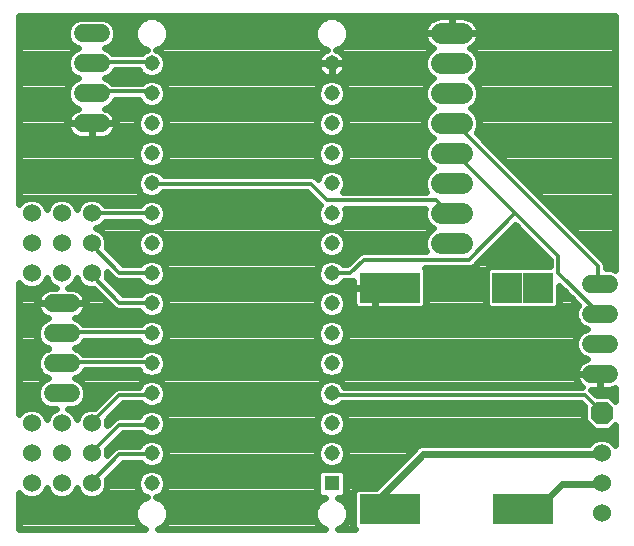
<source format=gbl>
G75*
%MOIN*%
%OFA0B0*%
%FSLAX25Y25*%
%IPPOS*%
%LPD*%
%AMOC8*
5,1,8,0,0,1.08239X$1,22.5*
%
%ADD10OC8,0.07600*%
%ADD11R,0.05150X0.05150*%
%ADD12C,0.05150*%
%ADD13C,0.06000*%
%ADD14C,0.06000*%
%ADD15R,0.10000X0.10000*%
%ADD16C,0.07000*%
%ADD17C,0.01200*%
%ADD18C,0.02400*%
%ADD19C,0.02200*%
D10*
X0202200Y0045700D03*
D11*
X0112200Y0022200D03*
D12*
X0112200Y0032200D03*
X0112200Y0042200D03*
X0112200Y0052200D03*
X0112200Y0062200D03*
X0112200Y0072200D03*
X0112200Y0082200D03*
X0112200Y0092200D03*
X0112200Y0102200D03*
X0112200Y0112200D03*
X0112200Y0122200D03*
X0112200Y0132200D03*
X0112200Y0142200D03*
X0112200Y0152200D03*
X0112200Y0162200D03*
X0052200Y0162200D03*
X0052200Y0152200D03*
X0052200Y0142200D03*
X0052200Y0132200D03*
X0052200Y0122200D03*
X0052200Y0112200D03*
X0052200Y0102200D03*
X0052200Y0092200D03*
X0052200Y0082200D03*
X0052200Y0072200D03*
X0052200Y0062200D03*
X0052200Y0052200D03*
X0052200Y0042200D03*
X0052200Y0032200D03*
X0052200Y0022200D03*
D13*
X0032200Y0022200D03*
X0032200Y0032200D03*
X0032200Y0042200D03*
X0022200Y0042200D03*
X0022200Y0032200D03*
X0022200Y0022200D03*
X0012200Y0022200D03*
X0012200Y0032200D03*
X0012200Y0042200D03*
X0012200Y0092200D03*
X0012200Y0102200D03*
X0012200Y0112200D03*
X0022200Y0112200D03*
X0022200Y0102200D03*
X0022200Y0092200D03*
X0032200Y0092200D03*
X0032200Y0102200D03*
X0032200Y0112200D03*
X0202200Y0032200D03*
X0202200Y0022200D03*
X0202200Y0012200D03*
D14*
X0204700Y0058700D02*
X0198700Y0058700D01*
X0198700Y0068700D02*
X0204700Y0068700D01*
X0204700Y0078700D02*
X0198700Y0078700D01*
X0198700Y0088700D02*
X0204700Y0088700D01*
X0035200Y0142200D02*
X0029200Y0142200D01*
X0029200Y0152200D02*
X0035200Y0152200D01*
X0035200Y0162200D02*
X0029200Y0162200D01*
X0029200Y0172200D02*
X0035200Y0172200D01*
X0025200Y0082200D02*
X0019200Y0082200D01*
X0019200Y0072200D02*
X0025200Y0072200D01*
X0025200Y0062200D02*
X0019200Y0062200D01*
X0019200Y0052200D02*
X0025200Y0052200D01*
D15*
X0126609Y0087476D03*
X0136609Y0087476D03*
X0170822Y0087476D03*
X0180861Y0087476D03*
X0180861Y0013539D03*
X0170984Y0013539D03*
X0136609Y0013539D03*
X0126609Y0013539D03*
D16*
X0148700Y0102200D02*
X0155700Y0102200D01*
X0155700Y0112200D02*
X0148700Y0112200D01*
X0148700Y0122200D02*
X0155700Y0122200D01*
X0155700Y0132200D02*
X0148700Y0132200D01*
X0148700Y0142200D02*
X0155700Y0142200D01*
X0155700Y0152200D02*
X0148700Y0152200D01*
X0148700Y0162200D02*
X0155700Y0162200D01*
X0155700Y0172200D02*
X0148700Y0172200D01*
D17*
X0152600Y0143000D02*
X0152200Y0142200D01*
X0152600Y0143000D02*
X0201000Y0094600D01*
X0201000Y0089100D01*
X0201700Y0088700D01*
X0201000Y0079200D02*
X0201700Y0078700D01*
X0201000Y0079200D02*
X0187800Y0092400D01*
X0187800Y0097900D01*
X0173500Y0112200D01*
X0158100Y0096800D01*
X0122900Y0096800D01*
X0118500Y0092400D01*
X0113000Y0092400D01*
X0112200Y0092200D01*
X0110800Y0116600D02*
X0147100Y0116600D01*
X0151500Y0112200D01*
X0152200Y0112200D01*
X0152600Y0133100D02*
X0173500Y0112200D01*
X0152200Y0132200D02*
X0152600Y0133100D01*
X0110800Y0116600D02*
X0105300Y0122100D01*
X0052500Y0122100D01*
X0052200Y0122200D01*
X0052200Y0112200D02*
X0032200Y0112200D01*
X0032200Y0102200D02*
X0032700Y0101200D01*
X0041500Y0092400D01*
X0051400Y0092400D01*
X0052200Y0092200D01*
X0051400Y0082500D02*
X0041500Y0082500D01*
X0032700Y0091300D01*
X0032200Y0092200D01*
X0051400Y0082500D02*
X0052200Y0082200D01*
X0051400Y0072600D02*
X0052200Y0072200D01*
X0051400Y0072600D02*
X0022800Y0072600D01*
X0022200Y0072200D01*
X0022800Y0062700D02*
X0022200Y0062200D01*
X0022800Y0062700D02*
X0051400Y0062700D01*
X0052200Y0062200D01*
X0052200Y0052200D02*
X0051400Y0051700D01*
X0041500Y0051700D01*
X0032700Y0042900D01*
X0032200Y0042200D01*
X0032700Y0033000D02*
X0041500Y0041800D01*
X0051400Y0041800D01*
X0052200Y0042200D01*
X0052200Y0032200D02*
X0051400Y0031900D01*
X0041500Y0031900D01*
X0032700Y0023100D01*
X0032200Y0022200D01*
X0032200Y0032200D02*
X0032700Y0033000D01*
X0112200Y0052200D02*
X0113000Y0051700D01*
X0196600Y0051700D01*
X0202100Y0046200D01*
X0202200Y0045700D01*
X0202200Y0032200D02*
X0202100Y0031900D01*
X0202200Y0022200D02*
X0202100Y0022000D01*
X0181200Y0014300D02*
X0180861Y0013539D01*
X0052200Y0152200D02*
X0051400Y0152900D01*
X0032700Y0152900D01*
X0032200Y0152200D01*
X0032200Y0162200D02*
X0032700Y0162800D01*
X0051400Y0162800D01*
X0052200Y0162200D01*
D18*
X0007900Y0019146D02*
X0007900Y0006900D01*
X0050101Y0006900D01*
X0048971Y0007368D01*
X0047368Y0008971D01*
X0046500Y0011066D01*
X0046500Y0013334D01*
X0047368Y0015429D01*
X0048971Y0017032D01*
X0050585Y0017701D01*
X0049495Y0018152D01*
X0048152Y0019495D01*
X0047425Y0021250D01*
X0047425Y0023150D01*
X0048152Y0024905D01*
X0049495Y0026248D01*
X0051250Y0026975D01*
X0053150Y0026975D01*
X0054905Y0026248D01*
X0056248Y0024905D01*
X0056975Y0023150D01*
X0056975Y0021250D01*
X0056248Y0019495D01*
X0054905Y0018152D01*
X0053815Y0017701D01*
X0055429Y0017032D01*
X0057032Y0015429D01*
X0057900Y0013334D01*
X0057900Y0011066D01*
X0057032Y0008971D01*
X0055429Y0007368D01*
X0054299Y0006900D01*
X0110101Y0006900D01*
X0108971Y0007368D01*
X0107368Y0008971D01*
X0106500Y0011066D01*
X0106500Y0013334D01*
X0107368Y0015429D01*
X0108971Y0017032D01*
X0109920Y0017425D01*
X0108714Y0017425D01*
X0107425Y0018714D01*
X0107425Y0025686D01*
X0108714Y0026975D01*
X0115686Y0026975D01*
X0116975Y0025686D01*
X0116975Y0018714D01*
X0115686Y0017425D01*
X0114480Y0017425D01*
X0115429Y0017032D01*
X0117032Y0015429D01*
X0117900Y0013334D01*
X0117900Y0011066D01*
X0117032Y0008971D01*
X0115429Y0007368D01*
X0114299Y0006900D01*
X0120137Y0006900D01*
X0119409Y0007627D01*
X0119409Y0019450D01*
X0120698Y0020739D01*
X0126872Y0020739D01*
X0140831Y0034698D01*
X0142044Y0035200D01*
X0197846Y0035200D01*
X0199254Y0036608D01*
X0201166Y0037400D01*
X0203234Y0037400D01*
X0205146Y0036608D01*
X0206608Y0035146D01*
X0206701Y0034922D01*
X0206701Y0041716D01*
X0204685Y0039700D01*
X0199715Y0039700D01*
X0196200Y0043215D01*
X0196200Y0048140D01*
X0195440Y0048900D01*
X0115653Y0048900D01*
X0114905Y0048152D01*
X0113150Y0047425D01*
X0111250Y0047425D01*
X0109495Y0048152D01*
X0108152Y0049495D01*
X0107425Y0051250D01*
X0107425Y0053150D01*
X0108152Y0054905D01*
X0109495Y0056248D01*
X0111250Y0056975D01*
X0113150Y0056975D01*
X0114905Y0056248D01*
X0116248Y0054905D01*
X0116416Y0054500D01*
X0195634Y0054500D01*
X0195312Y0054734D01*
X0194734Y0055312D01*
X0194253Y0055975D01*
X0193881Y0056704D01*
X0193628Y0057482D01*
X0193500Y0058291D01*
X0193500Y0058700D01*
X0201700Y0058700D01*
X0201700Y0053500D01*
X0205109Y0053500D01*
X0205918Y0053628D01*
X0206696Y0053881D01*
X0206701Y0053883D01*
X0206701Y0049684D01*
X0204685Y0051700D01*
X0200560Y0051700D01*
X0198760Y0053500D01*
X0201700Y0053500D01*
X0201700Y0058700D01*
X0201700Y0058700D01*
X0201700Y0058700D01*
X0193500Y0058700D01*
X0193500Y0059109D01*
X0193628Y0059918D01*
X0193881Y0060696D01*
X0194253Y0061425D01*
X0194734Y0062088D01*
X0195312Y0062666D01*
X0195975Y0063147D01*
X0196704Y0063519D01*
X0197217Y0063686D01*
X0195754Y0064292D01*
X0194292Y0065754D01*
X0193500Y0067666D01*
X0193500Y0069734D01*
X0194292Y0071646D01*
X0195754Y0073108D01*
X0197183Y0073700D01*
X0195754Y0074292D01*
X0194292Y0075754D01*
X0193500Y0077666D01*
X0193500Y0079734D01*
X0194292Y0081646D01*
X0194443Y0081797D01*
X0188061Y0088179D01*
X0188061Y0081564D01*
X0186773Y0080276D01*
X0164911Y0080276D01*
X0163622Y0081564D01*
X0163622Y0093387D01*
X0164911Y0094676D01*
X0185000Y0094676D01*
X0185000Y0096740D01*
X0173500Y0108240D01*
X0159686Y0094426D01*
X0158657Y0094000D01*
X0143196Y0094000D01*
X0143809Y0093387D01*
X0143809Y0081564D01*
X0142521Y0080276D01*
X0126609Y0080276D01*
X0126609Y0087475D01*
X0126609Y0087475D01*
X0126609Y0087476D02*
X0119409Y0087476D01*
X0126609Y0087476D01*
X0126609Y0087476D01*
X0126609Y0087475D02*
X0126609Y0080276D01*
X0121320Y0080276D01*
X0120760Y0080426D01*
X0120259Y0080715D01*
X0119849Y0081125D01*
X0119559Y0081626D01*
X0119409Y0082186D01*
X0119409Y0087476D01*
X0119409Y0089746D01*
X0119057Y0089600D01*
X0116291Y0089600D01*
X0116248Y0089495D01*
X0114905Y0088152D01*
X0113150Y0087425D01*
X0111250Y0087425D01*
X0109495Y0088152D01*
X0108152Y0089495D01*
X0107425Y0091250D01*
X0107425Y0093150D01*
X0108152Y0094905D01*
X0109495Y0096248D01*
X0111250Y0096975D01*
X0113150Y0096975D01*
X0114905Y0096248D01*
X0115953Y0095200D01*
X0117340Y0095200D01*
X0120526Y0098386D01*
X0121314Y0099174D01*
X0122343Y0099600D01*
X0143607Y0099600D01*
X0143000Y0101066D01*
X0143000Y0103334D01*
X0143868Y0105429D01*
X0145471Y0107032D01*
X0145876Y0107200D01*
X0145471Y0107368D01*
X0143868Y0108971D01*
X0143000Y0111066D01*
X0143000Y0113334D01*
X0143193Y0113800D01*
X0116705Y0113800D01*
X0116975Y0113150D01*
X0116975Y0111250D01*
X0116248Y0109495D01*
X0114905Y0108152D01*
X0113150Y0107425D01*
X0111250Y0107425D01*
X0109495Y0108152D01*
X0108152Y0109495D01*
X0107425Y0111250D01*
X0107425Y0113150D01*
X0108152Y0114905D01*
X0108344Y0115096D01*
X0104140Y0119300D01*
X0056053Y0119300D01*
X0054905Y0118152D01*
X0053150Y0117425D01*
X0051250Y0117425D01*
X0049495Y0118152D01*
X0048152Y0119495D01*
X0047425Y0121250D01*
X0047425Y0123150D01*
X0048152Y0124905D01*
X0049495Y0126248D01*
X0051250Y0126975D01*
X0053150Y0126975D01*
X0054905Y0126248D01*
X0056248Y0124905D01*
X0056250Y0124900D01*
X0105857Y0124900D01*
X0106886Y0124474D01*
X0107655Y0123705D01*
X0108152Y0124905D01*
X0109495Y0126248D01*
X0111250Y0126975D01*
X0113150Y0126975D01*
X0114905Y0126248D01*
X0116248Y0124905D01*
X0116975Y0123150D01*
X0116975Y0121250D01*
X0116248Y0119495D01*
X0116153Y0119400D01*
X0143690Y0119400D01*
X0143000Y0121066D01*
X0143000Y0123334D01*
X0143868Y0125429D01*
X0145471Y0127032D01*
X0145876Y0127200D01*
X0145471Y0127368D01*
X0143868Y0128971D01*
X0143000Y0131066D01*
X0143000Y0133334D01*
X0143868Y0135429D01*
X0145471Y0137032D01*
X0145876Y0137200D01*
X0145471Y0137368D01*
X0143868Y0138971D01*
X0143000Y0141066D01*
X0143000Y0143334D01*
X0143868Y0145429D01*
X0145471Y0147032D01*
X0145876Y0147200D01*
X0145471Y0147368D01*
X0143868Y0148971D01*
X0143000Y0151066D01*
X0143000Y0153334D01*
X0143868Y0155429D01*
X0145471Y0157032D01*
X0145876Y0157200D01*
X0145471Y0157368D01*
X0143868Y0158971D01*
X0143000Y0161066D01*
X0143000Y0163334D01*
X0143868Y0165429D01*
X0145471Y0167032D01*
X0145921Y0167219D01*
X0145713Y0167325D01*
X0144987Y0167852D01*
X0144352Y0168487D01*
X0143825Y0169213D01*
X0143418Y0170012D01*
X0143140Y0170865D01*
X0143000Y0171751D01*
X0143000Y0172200D01*
X0152200Y0172200D01*
X0152200Y0172200D01*
X0152200Y0177900D01*
X0156149Y0177900D01*
X0157035Y0177760D01*
X0157888Y0177482D01*
X0158687Y0177075D01*
X0159413Y0176548D01*
X0160048Y0175913D01*
X0160575Y0175187D01*
X0160982Y0174388D01*
X0161260Y0173535D01*
X0161400Y0172649D01*
X0161400Y0172200D01*
X0152200Y0172200D01*
X0152200Y0172200D01*
X0152200Y0172200D01*
X0152200Y0177900D01*
X0148251Y0177900D01*
X0147365Y0177760D01*
X0146512Y0177482D01*
X0145713Y0177075D01*
X0144987Y0176548D01*
X0144352Y0175913D01*
X0143825Y0175187D01*
X0143418Y0174388D01*
X0143140Y0173535D01*
X0143000Y0172649D01*
X0143000Y0172200D01*
X0152200Y0172200D01*
X0161400Y0172200D01*
X0161400Y0171751D01*
X0161260Y0170865D01*
X0160982Y0170012D01*
X0160575Y0169213D01*
X0160048Y0168487D01*
X0159413Y0167852D01*
X0158687Y0167325D01*
X0158479Y0167219D01*
X0158929Y0167032D01*
X0160532Y0165429D01*
X0161400Y0163334D01*
X0161400Y0161066D01*
X0160532Y0158971D01*
X0158929Y0157368D01*
X0158524Y0157200D01*
X0158929Y0157032D01*
X0160532Y0155429D01*
X0161400Y0153334D01*
X0161400Y0151066D01*
X0160532Y0148971D01*
X0158929Y0147368D01*
X0158524Y0147200D01*
X0158929Y0147032D01*
X0160532Y0145429D01*
X0161400Y0143334D01*
X0161400Y0141066D01*
X0160549Y0139011D01*
X0203374Y0096186D01*
X0203800Y0095157D01*
X0203800Y0093900D01*
X0205734Y0093900D01*
X0206701Y0093500D01*
X0206701Y0177961D01*
X0007900Y0177961D01*
X0007900Y0115254D01*
X0009254Y0116608D01*
X0011166Y0117400D01*
X0013234Y0117400D01*
X0015146Y0116608D01*
X0016608Y0115146D01*
X0017200Y0113717D01*
X0017792Y0115146D01*
X0019254Y0116608D01*
X0021166Y0117400D01*
X0023234Y0117400D01*
X0025146Y0116608D01*
X0026608Y0115146D01*
X0027200Y0113717D01*
X0027792Y0115146D01*
X0029254Y0116608D01*
X0031166Y0117400D01*
X0033234Y0117400D01*
X0035146Y0116608D01*
X0036608Y0115146D01*
X0036669Y0115000D01*
X0048247Y0115000D01*
X0049495Y0116248D01*
X0051250Y0116975D01*
X0053150Y0116975D01*
X0054905Y0116248D01*
X0056248Y0114905D01*
X0056975Y0113150D01*
X0056975Y0111250D01*
X0056248Y0109495D01*
X0054905Y0108152D01*
X0053150Y0107425D01*
X0051250Y0107425D01*
X0049495Y0108152D01*
X0048247Y0109400D01*
X0036669Y0109400D01*
X0036608Y0109254D01*
X0035146Y0107792D01*
X0033717Y0107200D01*
X0035146Y0106608D01*
X0036608Y0105146D01*
X0037400Y0103234D01*
X0037400Y0101166D01*
X0037193Y0100667D01*
X0042660Y0095200D01*
X0048447Y0095200D01*
X0049495Y0096248D01*
X0051250Y0096975D01*
X0053150Y0096975D01*
X0054905Y0096248D01*
X0056248Y0094905D01*
X0056975Y0093150D01*
X0056975Y0091250D01*
X0056248Y0089495D01*
X0054905Y0088152D01*
X0053150Y0087425D01*
X0051250Y0087425D01*
X0049495Y0088152D01*
X0048152Y0089495D01*
X0048109Y0089600D01*
X0040943Y0089600D01*
X0039914Y0090026D01*
X0037400Y0092540D01*
X0037400Y0091166D01*
X0037223Y0090737D01*
X0042660Y0085300D01*
X0048547Y0085300D01*
X0049495Y0086248D01*
X0051250Y0086975D01*
X0053150Y0086975D01*
X0054905Y0086248D01*
X0056248Y0084905D01*
X0056975Y0083150D01*
X0056975Y0081250D01*
X0056248Y0079495D01*
X0054905Y0078152D01*
X0053150Y0077425D01*
X0051250Y0077425D01*
X0049495Y0078152D01*
X0048152Y0079495D01*
X0048067Y0079700D01*
X0040943Y0079700D01*
X0039914Y0080126D01*
X0033040Y0087000D01*
X0031166Y0087000D01*
X0029254Y0087792D01*
X0027792Y0089254D01*
X0027200Y0090683D01*
X0026608Y0089254D01*
X0025146Y0087792D01*
X0024200Y0087400D01*
X0025609Y0087400D01*
X0026418Y0087272D01*
X0027196Y0087019D01*
X0027925Y0086647D01*
X0028588Y0086166D01*
X0029166Y0085588D01*
X0029647Y0084925D01*
X0030019Y0084196D01*
X0030272Y0083418D01*
X0030400Y0082609D01*
X0030400Y0082200D01*
X0022200Y0082200D01*
X0022200Y0082200D01*
X0022200Y0082200D01*
X0014000Y0082200D01*
X0014000Y0082609D01*
X0014128Y0083418D01*
X0014381Y0084196D01*
X0014753Y0084925D01*
X0015234Y0085588D01*
X0015812Y0086166D01*
X0016475Y0086647D01*
X0017204Y0087019D01*
X0017982Y0087272D01*
X0018791Y0087400D01*
X0020200Y0087400D01*
X0019254Y0087792D01*
X0017792Y0089254D01*
X0017200Y0090683D01*
X0016608Y0089254D01*
X0015146Y0087792D01*
X0013234Y0087000D01*
X0011166Y0087000D01*
X0009254Y0087792D01*
X0007900Y0089146D01*
X0007900Y0045254D01*
X0009254Y0046608D01*
X0011166Y0047400D01*
X0013234Y0047400D01*
X0015146Y0046608D01*
X0016608Y0045146D01*
X0017200Y0043717D01*
X0017792Y0045146D01*
X0019254Y0046608D01*
X0020200Y0047000D01*
X0018166Y0047000D01*
X0016254Y0047792D01*
X0014792Y0049254D01*
X0014000Y0051166D01*
X0014000Y0053234D01*
X0014792Y0055146D01*
X0016254Y0056608D01*
X0017683Y0057200D01*
X0016254Y0057792D01*
X0014792Y0059254D01*
X0014000Y0061166D01*
X0014000Y0063234D01*
X0014792Y0065146D01*
X0016254Y0066608D01*
X0017683Y0067200D01*
X0016254Y0067792D01*
X0014792Y0069254D01*
X0014000Y0071166D01*
X0014000Y0073234D01*
X0014792Y0075146D01*
X0016254Y0076608D01*
X0017717Y0077214D01*
X0017204Y0077381D01*
X0016475Y0077753D01*
X0015812Y0078234D01*
X0015234Y0078812D01*
X0014753Y0079475D01*
X0014381Y0080204D01*
X0014128Y0080982D01*
X0014000Y0081791D01*
X0014000Y0082200D01*
X0022200Y0082200D01*
X0030400Y0082200D01*
X0030400Y0081791D01*
X0030272Y0080982D01*
X0030019Y0080204D01*
X0029647Y0079475D01*
X0029166Y0078812D01*
X0028588Y0078234D01*
X0027925Y0077753D01*
X0027196Y0077381D01*
X0026683Y0077214D01*
X0028146Y0076608D01*
X0029354Y0075400D01*
X0048647Y0075400D01*
X0049495Y0076248D01*
X0051250Y0076975D01*
X0053150Y0076975D01*
X0054905Y0076248D01*
X0056248Y0074905D01*
X0056975Y0073150D01*
X0056975Y0071250D01*
X0056248Y0069495D01*
X0054905Y0068152D01*
X0053150Y0067425D01*
X0051250Y0067425D01*
X0049495Y0068152D01*
X0048152Y0069495D01*
X0048026Y0069800D01*
X0029834Y0069800D01*
X0029608Y0069254D01*
X0028146Y0067792D01*
X0026717Y0067200D01*
X0028146Y0066608D01*
X0029254Y0065500D01*
X0048747Y0065500D01*
X0049495Y0066248D01*
X0051250Y0066975D01*
X0053150Y0066975D01*
X0054905Y0066248D01*
X0056248Y0064905D01*
X0056975Y0063150D01*
X0056975Y0061250D01*
X0056248Y0059495D01*
X0054905Y0058152D01*
X0053150Y0057425D01*
X0051250Y0057425D01*
X0049495Y0058152D01*
X0048152Y0059495D01*
X0047984Y0059900D01*
X0029876Y0059900D01*
X0029608Y0059254D01*
X0028146Y0057792D01*
X0026717Y0057200D01*
X0028146Y0056608D01*
X0029608Y0055146D01*
X0030400Y0053234D01*
X0030400Y0051166D01*
X0029608Y0049254D01*
X0028146Y0047792D01*
X0026234Y0047000D01*
X0024200Y0047000D01*
X0025146Y0046608D01*
X0026608Y0045146D01*
X0027200Y0043717D01*
X0027792Y0045146D01*
X0029254Y0046608D01*
X0031166Y0047400D01*
X0033234Y0047400D01*
X0033238Y0047398D01*
X0039914Y0054074D01*
X0040943Y0054500D01*
X0047984Y0054500D01*
X0048152Y0054905D01*
X0049495Y0056248D01*
X0051250Y0056975D01*
X0053150Y0056975D01*
X0054905Y0056248D01*
X0056248Y0054905D01*
X0056975Y0053150D01*
X0056975Y0051250D01*
X0056248Y0049495D01*
X0054905Y0048152D01*
X0053150Y0047425D01*
X0051250Y0047425D01*
X0049495Y0048152D01*
X0048747Y0048900D01*
X0042660Y0048900D01*
X0037281Y0043521D01*
X0037400Y0043234D01*
X0037400Y0041660D01*
X0039914Y0044174D01*
X0040943Y0044600D01*
X0048026Y0044600D01*
X0048152Y0044905D01*
X0049495Y0046248D01*
X0051250Y0046975D01*
X0053150Y0046975D01*
X0054905Y0046248D01*
X0056248Y0044905D01*
X0056975Y0043150D01*
X0056975Y0041250D01*
X0056248Y0039495D01*
X0054905Y0038152D01*
X0053150Y0037425D01*
X0051250Y0037425D01*
X0049495Y0038152D01*
X0048647Y0039000D01*
X0042660Y0039000D01*
X0037252Y0033592D01*
X0037400Y0033234D01*
X0037400Y0031760D01*
X0039914Y0034274D01*
X0040943Y0034700D01*
X0048067Y0034700D01*
X0048152Y0034905D01*
X0049495Y0036248D01*
X0051250Y0036975D01*
X0053150Y0036975D01*
X0054905Y0036248D01*
X0056248Y0034905D01*
X0056975Y0033150D01*
X0056975Y0031250D01*
X0056248Y0029495D01*
X0054905Y0028152D01*
X0053150Y0027425D01*
X0051250Y0027425D01*
X0049495Y0028152D01*
X0048547Y0029100D01*
X0042660Y0029100D01*
X0037223Y0023663D01*
X0037400Y0023234D01*
X0037400Y0021166D01*
X0036608Y0019254D01*
X0035146Y0017792D01*
X0033234Y0017000D01*
X0031166Y0017000D01*
X0029254Y0017792D01*
X0027792Y0019254D01*
X0027200Y0020683D01*
X0026608Y0019254D01*
X0025146Y0017792D01*
X0023234Y0017000D01*
X0021166Y0017000D01*
X0019254Y0017792D01*
X0017792Y0019254D01*
X0017200Y0020683D01*
X0016608Y0019254D01*
X0015146Y0017792D01*
X0013234Y0017000D01*
X0011166Y0017000D01*
X0009254Y0017792D01*
X0007900Y0019146D01*
X0007900Y0016757D02*
X0048696Y0016757D01*
X0048492Y0019155D02*
X0036509Y0019155D01*
X0037400Y0021554D02*
X0047425Y0021554D01*
X0047758Y0023952D02*
X0037512Y0023952D01*
X0039911Y0026351D02*
X0049744Y0026351D01*
X0048898Y0028749D02*
X0042309Y0028749D01*
X0039187Y0033546D02*
X0037271Y0033546D01*
X0039605Y0035945D02*
X0049192Y0035945D01*
X0049304Y0038343D02*
X0042003Y0038343D01*
X0038881Y0043140D02*
X0037400Y0043140D01*
X0039299Y0045539D02*
X0048786Y0045539D01*
X0050013Y0047937D02*
X0041697Y0047937D01*
X0038575Y0052734D02*
X0030400Y0052734D01*
X0030056Y0050336D02*
X0036176Y0050336D01*
X0033778Y0047937D02*
X0028291Y0047937D01*
X0028185Y0045539D02*
X0026215Y0045539D01*
X0018185Y0045539D02*
X0016215Y0045539D01*
X0016109Y0047937D02*
X0007900Y0047937D01*
X0007900Y0045539D02*
X0008185Y0045539D01*
X0007900Y0050336D02*
X0014344Y0050336D01*
X0014000Y0052734D02*
X0007900Y0052734D01*
X0007900Y0055133D02*
X0014786Y0055133D01*
X0016882Y0057532D02*
X0007900Y0057532D01*
X0007900Y0059930D02*
X0014512Y0059930D01*
X0014000Y0062329D02*
X0007900Y0062329D01*
X0007900Y0064727D02*
X0014618Y0064727D01*
X0017503Y0067126D02*
X0007900Y0067126D01*
X0007900Y0069524D02*
X0014680Y0069524D01*
X0014000Y0071923D02*
X0007900Y0071923D01*
X0007900Y0074321D02*
X0014450Y0074321D01*
X0016523Y0076720D02*
X0007900Y0076720D01*
X0007900Y0079118D02*
X0015012Y0079118D01*
X0014043Y0081517D02*
X0007900Y0081517D01*
X0007900Y0083915D02*
X0014290Y0083915D01*
X0016015Y0086314D02*
X0007900Y0086314D01*
X0007900Y0088712D02*
X0008334Y0088712D01*
X0016066Y0088712D02*
X0018334Y0088712D01*
X0026066Y0088712D02*
X0028334Y0088712D01*
X0028385Y0086314D02*
X0033727Y0086314D01*
X0036125Y0083915D02*
X0030110Y0083915D01*
X0030357Y0081517D02*
X0038524Y0081517D01*
X0041646Y0086314D02*
X0049654Y0086314D01*
X0048935Y0088712D02*
X0039248Y0088712D01*
X0038830Y0091111D02*
X0037377Y0091111D01*
X0041952Y0095908D02*
X0049155Y0095908D01*
X0049495Y0098152D02*
X0048152Y0099495D01*
X0047425Y0101250D01*
X0047425Y0103150D01*
X0048152Y0104905D01*
X0049495Y0106248D01*
X0051250Y0106975D01*
X0053150Y0106975D01*
X0054905Y0106248D01*
X0056248Y0104905D01*
X0056975Y0103150D01*
X0056975Y0101250D01*
X0056248Y0099495D01*
X0054905Y0098152D01*
X0053150Y0097425D01*
X0051250Y0097425D01*
X0049495Y0098152D01*
X0049341Y0098306D02*
X0039554Y0098306D01*
X0037209Y0100705D02*
X0047651Y0100705D01*
X0047425Y0103103D02*
X0037400Y0103103D01*
X0036252Y0105502D02*
X0048749Y0105502D01*
X0050103Y0107900D02*
X0035254Y0107900D01*
X0036629Y0115096D02*
X0048343Y0115096D01*
X0051083Y0117494D02*
X0007900Y0117494D01*
X0007900Y0119893D02*
X0047987Y0119893D01*
X0047425Y0122291D02*
X0007900Y0122291D01*
X0007900Y0124690D02*
X0048063Y0124690D01*
X0049495Y0128152D02*
X0051250Y0127425D01*
X0053150Y0127425D01*
X0054905Y0128152D01*
X0056248Y0129495D01*
X0056975Y0131250D01*
X0056975Y0133150D01*
X0056248Y0134905D01*
X0054905Y0136248D01*
X0053150Y0136975D01*
X0051250Y0136975D01*
X0049495Y0136248D01*
X0048152Y0134905D01*
X0047425Y0133150D01*
X0047425Y0131250D01*
X0048152Y0129495D01*
X0049495Y0128152D01*
X0048161Y0129487D02*
X0007900Y0129487D01*
X0007900Y0131885D02*
X0047425Y0131885D01*
X0047895Y0134284D02*
X0007900Y0134284D01*
X0007900Y0136682D02*
X0050544Y0136682D01*
X0051250Y0137425D02*
X0053150Y0137425D01*
X0054905Y0138152D01*
X0056248Y0139495D01*
X0056975Y0141250D01*
X0056975Y0143150D01*
X0056248Y0144905D01*
X0054905Y0146248D01*
X0053150Y0146975D01*
X0051250Y0146975D01*
X0049495Y0146248D01*
X0048152Y0144905D01*
X0047425Y0143150D01*
X0047425Y0141250D01*
X0048152Y0139495D01*
X0049495Y0138152D01*
X0051250Y0137425D01*
X0048566Y0139081D02*
X0039361Y0139081D01*
X0039166Y0138812D02*
X0039647Y0139475D01*
X0040019Y0140204D01*
X0040272Y0140982D01*
X0040400Y0141791D01*
X0040400Y0142200D01*
X0040400Y0142609D01*
X0040272Y0143418D01*
X0040019Y0144196D01*
X0039647Y0144925D01*
X0039166Y0145588D01*
X0038588Y0146166D01*
X0037925Y0146647D01*
X0037196Y0147019D01*
X0036683Y0147186D01*
X0038146Y0147792D01*
X0039608Y0149254D01*
X0039959Y0150100D01*
X0047902Y0150100D01*
X0048152Y0149495D01*
X0049495Y0148152D01*
X0051250Y0147425D01*
X0053150Y0147425D01*
X0054905Y0148152D01*
X0056248Y0149495D01*
X0056975Y0151250D01*
X0056975Y0153150D01*
X0056248Y0154905D01*
X0054905Y0156248D01*
X0053150Y0156975D01*
X0051250Y0156975D01*
X0049495Y0156248D01*
X0048947Y0155700D01*
X0039054Y0155700D01*
X0038146Y0156608D01*
X0036717Y0157200D01*
X0038146Y0157792D01*
X0039608Y0159254D01*
X0039917Y0160000D01*
X0047943Y0160000D01*
X0048152Y0159495D01*
X0049495Y0158152D01*
X0051250Y0157425D01*
X0053150Y0157425D01*
X0054905Y0158152D01*
X0056248Y0159495D01*
X0056975Y0161250D01*
X0056975Y0163150D01*
X0056248Y0164905D01*
X0054905Y0166248D01*
X0053815Y0166699D01*
X0055429Y0167368D01*
X0057032Y0168971D01*
X0057900Y0171066D01*
X0057900Y0173334D01*
X0057032Y0175429D01*
X0055429Y0177032D01*
X0053334Y0177900D01*
X0051066Y0177900D01*
X0048971Y0177032D01*
X0047368Y0175429D01*
X0046500Y0173334D01*
X0046500Y0171066D01*
X0047368Y0168971D01*
X0048971Y0167368D01*
X0050585Y0166699D01*
X0049495Y0166248D01*
X0048847Y0165600D01*
X0039154Y0165600D01*
X0038146Y0166608D01*
X0036717Y0167200D01*
X0038146Y0167792D01*
X0039608Y0169254D01*
X0040400Y0171166D01*
X0040400Y0173234D01*
X0039608Y0175146D01*
X0038146Y0176608D01*
X0036234Y0177400D01*
X0028166Y0177400D01*
X0026254Y0176608D01*
X0024792Y0175146D01*
X0024000Y0173234D01*
X0024000Y0171166D01*
X0024792Y0169254D01*
X0026254Y0167792D01*
X0027683Y0167200D01*
X0026254Y0166608D01*
X0024792Y0165146D01*
X0024000Y0163234D01*
X0024000Y0161166D01*
X0024792Y0159254D01*
X0026254Y0157792D01*
X0027683Y0157200D01*
X0026254Y0156608D01*
X0024792Y0155146D01*
X0024000Y0153234D01*
X0024000Y0151166D01*
X0024792Y0149254D01*
X0026254Y0147792D01*
X0027717Y0147186D01*
X0027204Y0147019D01*
X0026475Y0146647D01*
X0025812Y0146166D01*
X0025234Y0145588D01*
X0024753Y0144925D01*
X0024381Y0144196D01*
X0024128Y0143418D01*
X0024000Y0142609D01*
X0024000Y0142200D01*
X0032200Y0142200D01*
X0040400Y0142200D01*
X0032200Y0142200D01*
X0032200Y0142200D01*
X0032200Y0137000D01*
X0035609Y0137000D01*
X0036418Y0137128D01*
X0037196Y0137381D01*
X0037925Y0137753D01*
X0038588Y0138234D01*
X0039166Y0138812D01*
X0040351Y0141479D02*
X0047425Y0141479D01*
X0047727Y0143878D02*
X0040122Y0143878D01*
X0038436Y0146276D02*
X0049564Y0146276D01*
X0048972Y0148675D02*
X0039029Y0148675D01*
X0032200Y0142200D02*
X0032200Y0142200D01*
X0032200Y0142200D01*
X0032200Y0137000D01*
X0028791Y0137000D01*
X0027982Y0137128D01*
X0027204Y0137381D01*
X0026475Y0137753D01*
X0025812Y0138234D01*
X0025234Y0138812D01*
X0024753Y0139475D01*
X0024381Y0140204D01*
X0024128Y0140982D01*
X0024000Y0141791D01*
X0024000Y0142200D01*
X0032200Y0142200D01*
X0032200Y0141479D02*
X0032200Y0141479D01*
X0032200Y0139081D02*
X0032200Y0139081D01*
X0025039Y0139081D02*
X0007900Y0139081D01*
X0007900Y0141479D02*
X0024049Y0141479D01*
X0024278Y0143878D02*
X0007900Y0143878D01*
X0007900Y0146276D02*
X0025964Y0146276D01*
X0025371Y0148675D02*
X0007900Y0148675D01*
X0007900Y0151073D02*
X0024038Y0151073D01*
X0024098Y0153472D02*
X0007900Y0153472D01*
X0007900Y0155870D02*
X0025517Y0155870D01*
X0025777Y0158269D02*
X0007900Y0158269D01*
X0007900Y0160668D02*
X0024206Y0160668D01*
X0024000Y0163066D02*
X0007900Y0163066D01*
X0007900Y0165465D02*
X0025111Y0165465D01*
X0026183Y0167863D02*
X0007900Y0167863D01*
X0007900Y0170262D02*
X0024374Y0170262D01*
X0024000Y0172660D02*
X0007900Y0172660D01*
X0007900Y0175059D02*
X0024756Y0175059D01*
X0038217Y0167863D02*
X0048476Y0167863D01*
X0046833Y0170262D02*
X0040025Y0170262D01*
X0040400Y0172660D02*
X0046500Y0172660D01*
X0047214Y0175059D02*
X0039644Y0175059D01*
X0049997Y0177457D02*
X0007900Y0177457D01*
X0038623Y0158269D02*
X0049378Y0158269D01*
X0049118Y0155870D02*
X0038883Y0155870D01*
X0055022Y0158269D02*
X0109487Y0158269D01*
X0109697Y0158116D02*
X0110367Y0157775D01*
X0111082Y0157543D01*
X0111824Y0157425D01*
X0112200Y0157425D01*
X0112576Y0157425D01*
X0113318Y0157543D01*
X0114033Y0157775D01*
X0114703Y0158116D01*
X0115311Y0158558D01*
X0115842Y0159089D01*
X0116284Y0159697D01*
X0116625Y0160367D01*
X0116857Y0161082D01*
X0116975Y0161824D01*
X0116975Y0162200D01*
X0116975Y0162576D01*
X0116857Y0163318D01*
X0116625Y0164033D01*
X0116284Y0164703D01*
X0115842Y0165311D01*
X0115311Y0165842D01*
X0114703Y0166284D01*
X0114033Y0166625D01*
X0113810Y0166697D01*
X0115429Y0167368D01*
X0117032Y0168971D01*
X0117900Y0171066D01*
X0117900Y0173334D01*
X0117032Y0175429D01*
X0115429Y0177032D01*
X0113334Y0177900D01*
X0111066Y0177900D01*
X0108971Y0177032D01*
X0107368Y0175429D01*
X0106500Y0173334D01*
X0106500Y0171066D01*
X0107368Y0168971D01*
X0108971Y0167368D01*
X0110590Y0166697D01*
X0110367Y0166625D01*
X0109697Y0166284D01*
X0109089Y0165842D01*
X0108558Y0165311D01*
X0108116Y0164703D01*
X0107775Y0164033D01*
X0107543Y0163318D01*
X0107425Y0162576D01*
X0107425Y0162200D01*
X0112200Y0162200D01*
X0116975Y0162200D01*
X0112200Y0162200D01*
X0112200Y0162200D01*
X0112200Y0162200D01*
X0112200Y0157425D01*
X0112200Y0162200D01*
X0112200Y0162200D01*
X0107425Y0162200D01*
X0107425Y0161824D01*
X0107543Y0161082D01*
X0107775Y0160367D01*
X0108116Y0159697D01*
X0108558Y0159089D01*
X0109089Y0158558D01*
X0109697Y0158116D01*
X0109495Y0156248D02*
X0111250Y0156975D01*
X0113150Y0156975D01*
X0114905Y0156248D01*
X0116248Y0154905D01*
X0116975Y0153150D01*
X0116975Y0151250D01*
X0116248Y0149495D01*
X0114905Y0148152D01*
X0113150Y0147425D01*
X0111250Y0147425D01*
X0109495Y0148152D01*
X0108152Y0149495D01*
X0107425Y0151250D01*
X0107425Y0153150D01*
X0108152Y0154905D01*
X0109495Y0156248D01*
X0109118Y0155870D02*
X0055282Y0155870D01*
X0056841Y0153472D02*
X0107559Y0153472D01*
X0107498Y0151073D02*
X0056902Y0151073D01*
X0055428Y0148675D02*
X0108972Y0148675D01*
X0109564Y0146276D02*
X0054836Y0146276D01*
X0056673Y0143878D02*
X0107727Y0143878D01*
X0107425Y0143150D02*
X0108152Y0144905D01*
X0109495Y0146248D01*
X0111250Y0146975D01*
X0113150Y0146975D01*
X0114905Y0146248D01*
X0116248Y0144905D01*
X0116975Y0143150D01*
X0116975Y0141250D01*
X0116248Y0139495D01*
X0114905Y0138152D01*
X0113150Y0137425D01*
X0111250Y0137425D01*
X0109495Y0138152D01*
X0108152Y0139495D01*
X0107425Y0141250D01*
X0107425Y0143150D01*
X0107425Y0141479D02*
X0056975Y0141479D01*
X0055833Y0139081D02*
X0108566Y0139081D01*
X0109495Y0136248D02*
X0111250Y0136975D01*
X0113150Y0136975D01*
X0114905Y0136248D01*
X0116248Y0134905D01*
X0116975Y0133150D01*
X0116975Y0131250D01*
X0116248Y0129495D01*
X0114905Y0128152D01*
X0113150Y0127425D01*
X0111250Y0127425D01*
X0109495Y0128152D01*
X0108152Y0129495D01*
X0107425Y0131250D01*
X0107425Y0133150D01*
X0108152Y0134905D01*
X0109495Y0136248D01*
X0110544Y0136682D02*
X0053856Y0136682D01*
X0056505Y0134284D02*
X0107895Y0134284D01*
X0107425Y0131885D02*
X0056975Y0131885D01*
X0056239Y0129487D02*
X0108161Y0129487D01*
X0108063Y0124690D02*
X0106364Y0124690D01*
X0105946Y0117494D02*
X0053317Y0117494D01*
X0056057Y0115096D02*
X0108343Y0115096D01*
X0107425Y0112697D02*
X0056975Y0112697D01*
X0056581Y0110299D02*
X0107819Y0110299D01*
X0110103Y0107900D02*
X0054297Y0107900D01*
X0055651Y0105502D02*
X0108749Y0105502D01*
X0108152Y0104905D02*
X0107425Y0103150D01*
X0107425Y0101250D01*
X0108152Y0099495D01*
X0109495Y0098152D01*
X0111250Y0097425D01*
X0113150Y0097425D01*
X0114905Y0098152D01*
X0116248Y0099495D01*
X0116975Y0101250D01*
X0116975Y0103150D01*
X0116248Y0104905D01*
X0114905Y0106248D01*
X0113150Y0106975D01*
X0111250Y0106975D01*
X0109495Y0106248D01*
X0108152Y0104905D01*
X0107425Y0103103D02*
X0056975Y0103103D01*
X0056749Y0100705D02*
X0107651Y0100705D01*
X0109341Y0098306D02*
X0055059Y0098306D01*
X0055245Y0095908D02*
X0109155Y0095908D01*
X0107574Y0093509D02*
X0056826Y0093509D01*
X0056917Y0091111D02*
X0107483Y0091111D01*
X0108935Y0088712D02*
X0055465Y0088712D01*
X0054746Y0086314D02*
X0109654Y0086314D01*
X0109495Y0086248D02*
X0108152Y0084905D01*
X0107425Y0083150D01*
X0107425Y0081250D01*
X0108152Y0079495D01*
X0109495Y0078152D01*
X0111250Y0077425D01*
X0113150Y0077425D01*
X0114905Y0078152D01*
X0116248Y0079495D01*
X0116975Y0081250D01*
X0116975Y0083150D01*
X0116248Y0084905D01*
X0114905Y0086248D01*
X0113150Y0086975D01*
X0111250Y0086975D01*
X0109495Y0086248D01*
X0107742Y0083915D02*
X0056658Y0083915D01*
X0056975Y0081517D02*
X0107425Y0081517D01*
X0108529Y0079118D02*
X0055871Y0079118D01*
X0053766Y0076720D02*
X0110634Y0076720D01*
X0111250Y0076975D02*
X0109495Y0076248D01*
X0108152Y0074905D01*
X0107425Y0073150D01*
X0107425Y0071250D01*
X0108152Y0069495D01*
X0109495Y0068152D01*
X0111250Y0067425D01*
X0113150Y0067425D01*
X0114905Y0068152D01*
X0116248Y0069495D01*
X0116975Y0071250D01*
X0116975Y0073150D01*
X0116248Y0074905D01*
X0114905Y0076248D01*
X0113150Y0076975D01*
X0111250Y0076975D01*
X0107910Y0074321D02*
X0056490Y0074321D01*
X0056975Y0071923D02*
X0107425Y0071923D01*
X0108140Y0069524D02*
X0056260Y0069524D01*
X0056321Y0064727D02*
X0108079Y0064727D01*
X0108152Y0064905D02*
X0107425Y0063150D01*
X0107425Y0061250D01*
X0108152Y0059495D01*
X0109495Y0058152D01*
X0111250Y0057425D01*
X0113150Y0057425D01*
X0114905Y0058152D01*
X0116248Y0059495D01*
X0116975Y0061250D01*
X0116975Y0063150D01*
X0116248Y0064905D01*
X0114905Y0066248D01*
X0113150Y0066975D01*
X0111250Y0066975D01*
X0109495Y0066248D01*
X0108152Y0064905D01*
X0107425Y0062329D02*
X0056975Y0062329D01*
X0056428Y0059930D02*
X0107972Y0059930D01*
X0110994Y0057532D02*
X0053406Y0057532D01*
X0050994Y0057532D02*
X0027518Y0057532D01*
X0029614Y0055133D02*
X0048380Y0055133D01*
X0056020Y0055133D02*
X0108380Y0055133D01*
X0107425Y0052734D02*
X0056975Y0052734D01*
X0056596Y0050336D02*
X0107804Y0050336D01*
X0110013Y0047937D02*
X0054387Y0047937D01*
X0055614Y0045539D02*
X0108786Y0045539D01*
X0108152Y0044905D02*
X0107425Y0043150D01*
X0107425Y0041250D01*
X0108152Y0039495D01*
X0109495Y0038152D01*
X0111250Y0037425D01*
X0113150Y0037425D01*
X0114905Y0038152D01*
X0116248Y0039495D01*
X0116975Y0041250D01*
X0116975Y0043150D01*
X0116248Y0044905D01*
X0114905Y0046248D01*
X0113150Y0046975D01*
X0111250Y0046975D01*
X0109495Y0046248D01*
X0108152Y0044905D01*
X0107425Y0043140D02*
X0056975Y0043140D01*
X0056764Y0040742D02*
X0107636Y0040742D01*
X0109304Y0038343D02*
X0055096Y0038343D01*
X0055208Y0035945D02*
X0109192Y0035945D01*
X0109495Y0036248D02*
X0108152Y0034905D01*
X0107425Y0033150D01*
X0107425Y0031250D01*
X0108152Y0029495D01*
X0109495Y0028152D01*
X0111250Y0027425D01*
X0113150Y0027425D01*
X0114905Y0028152D01*
X0116248Y0029495D01*
X0116975Y0031250D01*
X0116975Y0033150D01*
X0116248Y0034905D01*
X0114905Y0036248D01*
X0113150Y0036975D01*
X0111250Y0036975D01*
X0109495Y0036248D01*
X0107589Y0033546D02*
X0056811Y0033546D01*
X0056932Y0031148D02*
X0107468Y0031148D01*
X0108898Y0028749D02*
X0055502Y0028749D01*
X0054656Y0026351D02*
X0108090Y0026351D01*
X0107425Y0023952D02*
X0056642Y0023952D01*
X0056975Y0021554D02*
X0107425Y0021554D01*
X0107425Y0019155D02*
X0055908Y0019155D01*
X0055704Y0016757D02*
X0108696Y0016757D01*
X0106924Y0014358D02*
X0057476Y0014358D01*
X0057900Y0011960D02*
X0106500Y0011960D01*
X0107123Y0009561D02*
X0057277Y0009561D01*
X0054934Y0007163D02*
X0109466Y0007163D01*
X0114934Y0007163D02*
X0119874Y0007163D01*
X0119409Y0009561D02*
X0117277Y0009561D01*
X0117900Y0011960D02*
X0119409Y0011960D01*
X0119409Y0014358D02*
X0117476Y0014358D01*
X0115704Y0016757D02*
X0119409Y0016757D01*
X0119409Y0019155D02*
X0116975Y0019155D01*
X0116975Y0021554D02*
X0127687Y0021554D01*
X0130085Y0023952D02*
X0116975Y0023952D01*
X0116310Y0026351D02*
X0132484Y0026351D01*
X0134882Y0028749D02*
X0115502Y0028749D01*
X0116932Y0031148D02*
X0137281Y0031148D01*
X0139680Y0033546D02*
X0116811Y0033546D01*
X0115208Y0035945D02*
X0198591Y0035945D01*
X0198673Y0040742D02*
X0116764Y0040742D01*
X0116975Y0043140D02*
X0196274Y0043140D01*
X0196200Y0045539D02*
X0115614Y0045539D01*
X0114387Y0047937D02*
X0196200Y0047937D01*
X0199525Y0052734D02*
X0206701Y0052734D01*
X0206701Y0050336D02*
X0206049Y0050336D01*
X0201700Y0055133D02*
X0201700Y0055133D01*
X0201700Y0057532D02*
X0201700Y0057532D01*
X0194913Y0055133D02*
X0116020Y0055133D01*
X0113406Y0057532D02*
X0193620Y0057532D01*
X0193632Y0059930D02*
X0116428Y0059930D01*
X0116975Y0062329D02*
X0194975Y0062329D01*
X0195319Y0064727D02*
X0116321Y0064727D01*
X0116260Y0069524D02*
X0193500Y0069524D01*
X0193724Y0067126D02*
X0026897Y0067126D01*
X0029720Y0069524D02*
X0048140Y0069524D01*
X0050634Y0076720D02*
X0027877Y0076720D01*
X0029388Y0079118D02*
X0048529Y0079118D01*
X0027771Y0115096D02*
X0026629Y0115096D01*
X0017771Y0115096D02*
X0016629Y0115096D01*
X0007900Y0127088D02*
X0145607Y0127088D01*
X0143562Y0124690D02*
X0116337Y0124690D01*
X0116975Y0122291D02*
X0143000Y0122291D01*
X0143486Y0119893D02*
X0116413Y0119893D01*
X0116975Y0112697D02*
X0143000Y0112697D01*
X0143318Y0110299D02*
X0116581Y0110299D01*
X0114297Y0107900D02*
X0144939Y0107900D01*
X0143941Y0105502D02*
X0115651Y0105502D01*
X0116975Y0103103D02*
X0143000Y0103103D01*
X0143150Y0100705D02*
X0116749Y0100705D01*
X0115059Y0098306D02*
X0120446Y0098306D01*
X0118048Y0095908D02*
X0115245Y0095908D01*
X0115465Y0088712D02*
X0119409Y0088712D01*
X0119409Y0086314D02*
X0114746Y0086314D01*
X0116658Y0083915D02*
X0119409Y0083915D01*
X0119623Y0081517D02*
X0116975Y0081517D01*
X0115871Y0079118D02*
X0193500Y0079118D01*
X0193892Y0076720D02*
X0113766Y0076720D01*
X0116490Y0074321D02*
X0195725Y0074321D01*
X0194569Y0071923D02*
X0116975Y0071923D01*
X0126609Y0081517D02*
X0126609Y0081517D01*
X0126609Y0083915D02*
X0126609Y0083915D01*
X0126609Y0086314D02*
X0126609Y0086314D01*
X0143809Y0086314D02*
X0163622Y0086314D01*
X0163622Y0083915D02*
X0143809Y0083915D01*
X0143762Y0081517D02*
X0163670Y0081517D01*
X0163622Y0088712D02*
X0143809Y0088712D01*
X0143809Y0091111D02*
X0163622Y0091111D01*
X0163744Y0093509D02*
X0143687Y0093509D01*
X0161167Y0095908D02*
X0185000Y0095908D01*
X0183434Y0098306D02*
X0163566Y0098306D01*
X0165965Y0100705D02*
X0181035Y0100705D01*
X0178637Y0103103D02*
X0168363Y0103103D01*
X0170762Y0105502D02*
X0176238Y0105502D01*
X0173840Y0107900D02*
X0173160Y0107900D01*
X0182065Y0117494D02*
X0206701Y0117494D01*
X0206701Y0115096D02*
X0184464Y0115096D01*
X0186862Y0112697D02*
X0206701Y0112697D01*
X0206701Y0110299D02*
X0189261Y0110299D01*
X0191660Y0107900D02*
X0206701Y0107900D01*
X0206701Y0105502D02*
X0194058Y0105502D01*
X0196457Y0103103D02*
X0206701Y0103103D01*
X0206701Y0100705D02*
X0198855Y0100705D01*
X0201254Y0098306D02*
X0206701Y0098306D01*
X0206701Y0095908D02*
X0203489Y0095908D01*
X0206678Y0093509D02*
X0206701Y0093509D01*
X0194238Y0081517D02*
X0188014Y0081517D01*
X0188061Y0083915D02*
X0192325Y0083915D01*
X0189927Y0086314D02*
X0188061Y0086314D01*
X0179667Y0119893D02*
X0206701Y0119893D01*
X0206701Y0122291D02*
X0177268Y0122291D01*
X0174870Y0124690D02*
X0206701Y0124690D01*
X0206701Y0127088D02*
X0172471Y0127088D01*
X0170073Y0129487D02*
X0206701Y0129487D01*
X0206701Y0131885D02*
X0167674Y0131885D01*
X0165276Y0134284D02*
X0206701Y0134284D01*
X0206701Y0136682D02*
X0162877Y0136682D01*
X0160578Y0139081D02*
X0206701Y0139081D01*
X0206701Y0141479D02*
X0161400Y0141479D01*
X0161175Y0143878D02*
X0206701Y0143878D01*
X0206701Y0146276D02*
X0159685Y0146276D01*
X0160236Y0148675D02*
X0206701Y0148675D01*
X0206701Y0151073D02*
X0161400Y0151073D01*
X0161343Y0153472D02*
X0206701Y0153472D01*
X0206701Y0155870D02*
X0160091Y0155870D01*
X0159830Y0158269D02*
X0206701Y0158269D01*
X0206701Y0160668D02*
X0161235Y0160668D01*
X0161400Y0163066D02*
X0206701Y0163066D01*
X0206701Y0165465D02*
X0160496Y0165465D01*
X0159424Y0167863D02*
X0206701Y0167863D01*
X0206701Y0170262D02*
X0161063Y0170262D01*
X0161398Y0172660D02*
X0206701Y0172660D01*
X0206701Y0175059D02*
X0160641Y0175059D01*
X0157938Y0177457D02*
X0206701Y0177457D01*
X0152200Y0177457D02*
X0152200Y0177457D01*
X0152200Y0175059D02*
X0152200Y0175059D01*
X0152200Y0172660D02*
X0152200Y0172660D01*
X0146462Y0177457D02*
X0114403Y0177457D01*
X0117186Y0175059D02*
X0143759Y0175059D01*
X0143002Y0172660D02*
X0117900Y0172660D01*
X0117567Y0170262D02*
X0143336Y0170262D01*
X0144976Y0167863D02*
X0115924Y0167863D01*
X0115688Y0165465D02*
X0143904Y0165465D01*
X0143000Y0163066D02*
X0116897Y0163066D01*
X0116723Y0160668D02*
X0143165Y0160668D01*
X0144570Y0158269D02*
X0114913Y0158269D01*
X0115282Y0155870D02*
X0144309Y0155870D01*
X0143057Y0153472D02*
X0116841Y0153472D01*
X0116902Y0151073D02*
X0143000Y0151073D01*
X0144164Y0148675D02*
X0115428Y0148675D01*
X0114836Y0146276D02*
X0144715Y0146276D01*
X0143225Y0143878D02*
X0116673Y0143878D01*
X0116975Y0141479D02*
X0143000Y0141479D01*
X0143822Y0139081D02*
X0115833Y0139081D01*
X0113856Y0136682D02*
X0145121Y0136682D01*
X0143394Y0134284D02*
X0116505Y0134284D01*
X0116975Y0131885D02*
X0143000Y0131885D01*
X0143654Y0129487D02*
X0116239Y0129487D01*
X0112200Y0158269D02*
X0112200Y0158269D01*
X0112200Y0160668D02*
X0112200Y0160668D01*
X0107677Y0160668D02*
X0056733Y0160668D01*
X0056975Y0163066D02*
X0107503Y0163066D01*
X0108712Y0165465D02*
X0055688Y0165465D01*
X0055924Y0167863D02*
X0108476Y0167863D01*
X0106833Y0170262D02*
X0057567Y0170262D01*
X0057900Y0172660D02*
X0106500Y0172660D01*
X0107214Y0175059D02*
X0057186Y0175059D01*
X0054403Y0177457D02*
X0109997Y0177457D01*
X0205727Y0040742D02*
X0206701Y0040742D01*
X0206701Y0038343D02*
X0115096Y0038343D01*
X0049466Y0007163D02*
X0007900Y0007163D01*
X0007900Y0009561D02*
X0047123Y0009561D01*
X0046500Y0011960D02*
X0007900Y0011960D01*
X0007900Y0014358D02*
X0046924Y0014358D01*
X0027891Y0019155D02*
X0026509Y0019155D01*
X0017891Y0019155D02*
X0016509Y0019155D01*
X0205809Y0035945D02*
X0206701Y0035945D01*
D19*
X0202100Y0031900D02*
X0142700Y0031900D01*
X0127300Y0016500D01*
X0127300Y0014300D01*
X0126609Y0013539D01*
X0181200Y0014300D02*
X0188900Y0022000D01*
X0202100Y0022000D01*
M02*

</source>
